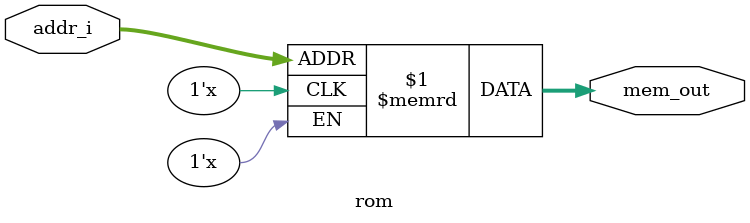
<source format=v>
module rom(
    input[4:0] addr_i,
    output[31:0] mem_out
);
    reg[31:0] mem[0:31];
    assign mem_out = mem[addr_i];

    `include "rom.vh"
endmodule
</source>
